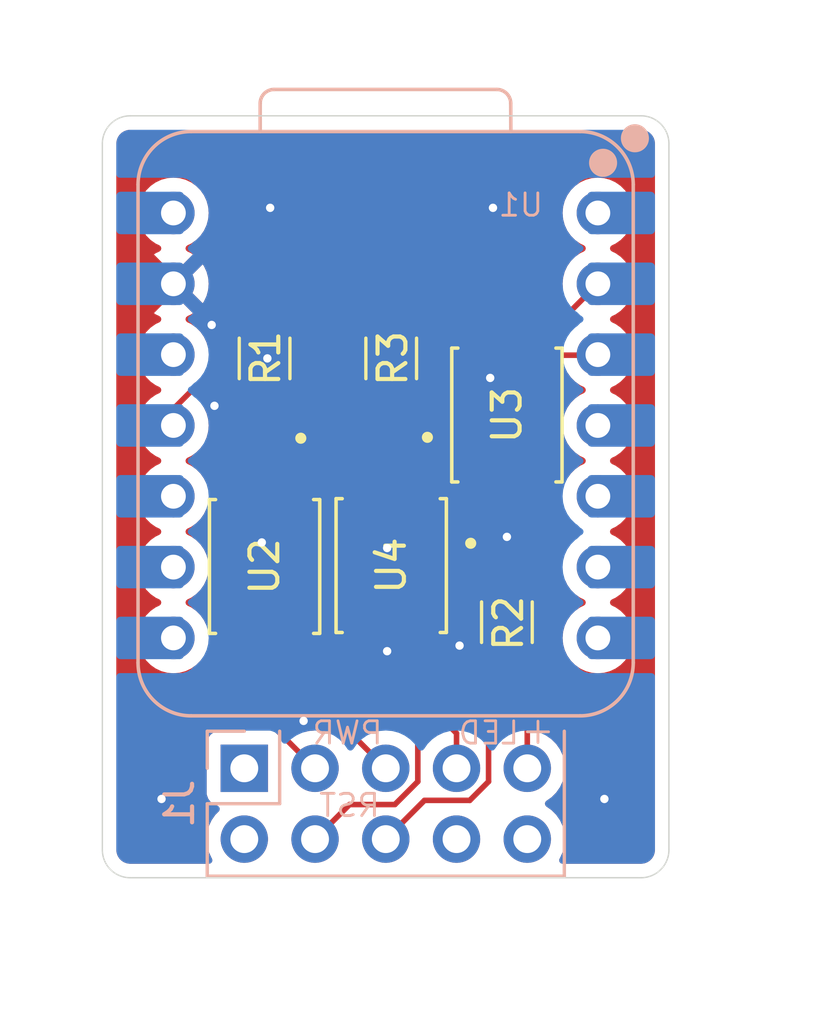
<source format=kicad_pcb>
(kicad_pcb (version 20240108) (generator "pcbnew") (generator_version "8.0")
  (layers (0 "F.Cu" signal) (31 "B.Cu" signal) (34 "B.Paste" user) (35 "F.Paste" user) (36 "B.SilkS" user "B.Silkscreen") (37 "F.SilkS" user "F.Silkscreen") (38 "B.Mask" user) (39 "F.Mask" user) (44 "Edge.Cuts" user))
  (net 0 "")
  (net 8 "Net-(R1-Pad2)")
  (net 9 "Net-(R2-Pad2)")
  (net 10 "Net-(R3-Pad2)")
  (net 14 "LED+")
  (net 15 "RST-")
  (net 16 "RST+")
  (net 17 "PWR+")
  (net 18 "LED-")
  (net 19 "PWR-")
  (net 20 "PWR")
  (net 21 "RST")
  (net 22 "+3.3V")
  (net 23 "GND")
  (net 24 "LED")
  (footprint "Resistor_SMD:R_1206_3216Metric" (layer "F.Cu") (at 40.546 42.8 -90)
    (property "Reference" "R3" (at 0 -0.054 90) (layer "F.SilkS"))
    (property "Value" "200")
    (fp_line (start -0.727064 0.91) (end 0.727064 0.91) (stroke (width 0.12)) (layer "F.SilkS"))
    (fp_line (start -0.727064 -0.91) (end 0.727064 -0.91) (stroke (width 0.12)) (layer "F.SilkS"))
    (pad "1" smd roundrect (at -1.4625 0 270) (size 1.125 1.75) (layers "F.Cu" "F.Paste" "F.Mask") (roundrect_rratio 0.222222) (net 21 "RST"))
    (pad "2" smd roundrect (at 1.4625 0 270) (size 1.125 1.75) (layers "F.Cu" "F.Paste" "F.Mask") (roundrect_rratio 0.222222) (net 10 "Net-(R3-Pad2)"))
  )
  (footprint "Resistor_SMD:R_1206_3216Metric" (layer "F.Cu") (at 36 42.8 -90)
    (property "Reference" "R1" (at 0 -0.0365 90) (layer "F.SilkS"))
    (property "Value" "200")
    (fp_line (start -0.727064 0.91) (end 0.727064 0.91) (stroke (width 0.12)) (layer "F.SilkS"))
    (fp_line (start -0.727064 -0.91) (end 0.727064 -0.91) (stroke (width 0.12)) (layer "F.SilkS"))
    (pad "1" smd roundrect (at -1.4625 0 270) (size 1.125 1.75) (layers "F.Cu" "F.Paste" "F.Mask") (roundrect_rratio 0.222222) (net 20 "PWR"))
    (pad "2" smd roundrect (at 1.4625 0 270) (size 1.125 1.75) (layers "F.Cu" "F.Paste" "F.Mask") (roundrect_rratio 0.222222) (net 8 "Net-(R1-Pad2)"))
  )
  (footprint "TLP172AM:SOIC254P700X220-4N" (layer "F.Cu") (at 44.7 44.83 90)
    (property "Reference" "U3" (at 0 0 90) (layer "F.SilkS") (effects (font (size 1.00037 1.00037))))
    (property "Value" "TLP172AM_TPR_E")
    (fp_line (start 2.4 -1.98) (end -2.4 -1.98) (stroke (width 0.127)) (layer "F.SilkS"))
    (fp_line (start -2.4 -1.98) (end -2.4 -1.76) (stroke (width 0.127)) (layer "F.SilkS"))
    (fp_line (start 2.4 -1.76) (end 2.4 -1.98) (stroke (width 0.127)) (layer "F.SilkS"))
    (fp_line (start 2.4 1.76) (end 2.4 1.98) (stroke (width 0.127)) (layer "F.SilkS"))
    (fp_line (start 2.4 1.98) (end -2.4 1.98) (stroke (width 0.127)) (layer "F.SilkS"))
    (fp_line (start -2.4 1.98) (end -2.4 1.76) (stroke (width 0.127)) (layer "F.SilkS"))
    (fp_circle (center -4.6 -1.3) (end -4.5 -1.3) (stroke (width 0.2)) (fill none) (layer "F.SilkS"))
    (pad "1" smd rect (at -3.25 -1.27 90) (size 1.61 0.57) (layers "F.Cu" "F.Paste" "F.Mask") (net 9 "Net-(R2-Pad2)"))
    (pad "3" smd rect (at -3.25 1.27 90) (size 1.61 0.57) (layers "F.Cu" "F.Paste" "F.Mask") (net 18 "LED-"))
    (pad "4" smd rect (at 3.25 1.27 90) (size 1.61 0.57) (layers "F.Cu" "F.Paste" "F.Mask") (net 24 "LED"))
    (pad "6" smd rect (at 3.25 -1.27 90) (size 1.61 0.57) (layers "F.Cu" "F.Paste" "F.Mask") (net 23 "GND"))
  )
  (footprint "Resistor_SMD:R_1206_3216Metric" (layer "F.Cu") (at 44.7 52.26 90)
    (property "Reference" "R2" (at -0.04 0.054 90) (layer "F.SilkS"))
    (property "Value" "330")
    (fp_line (start -0.727064 -0.91) (end 0.727064 -0.91) (stroke (width 0.12)) (layer "F.SilkS"))
    (fp_line (start -0.727064 0.91) (end 0.727064 0.91) (stroke (width 0.12)) (layer "F.SilkS"))
    (pad "1" smd roundrect (at -1.4625 0 90) (size 1.125 1.75) (layers "F.Cu" "F.Paste" "F.Mask") (roundrect_rratio 0.222222) (net 14 "LED+"))
    (pad "2" smd roundrect (at 1.4625 0 90) (size 1.125 1.75) (layers "F.Cu" "F.Paste" "F.Mask") (roundrect_rratio 0.222222) (net 9 "Net-(R2-Pad2)"))
  )
  (footprint "TLP172AM:SOIC254P700X220-4N" (layer "F.Cu") (at 36 50.2625 -90)
    (property "Reference" "U2" (at 0 0 -90) (layer "F.SilkS") (effects (font (size 1.00037 1.00037))))
    (property "Value" "TLP172AM_TPR_E")
    (fp_line (start -2.4 1.98) (end -2.4 1.76) (stroke (width 0.127)) (layer "F.SilkS"))
    (fp_line (start 2.4 1.98) (end -2.4 1.98) (stroke (width 0.127)) (layer "F.SilkS"))
    (fp_line (start 2.4 1.76) (end 2.4 1.98) (stroke (width 0.127)) (layer "F.SilkS"))
    (fp_line (start 2.4 -1.76) (end 2.4 -1.98) (stroke (width 0.127)) (layer "F.SilkS"))
    (fp_line (start -2.4 -1.98) (end -2.4 -1.76) (stroke (width 0.127)) (layer "F.SilkS"))
    (fp_line (start 2.4 -1.98) (end -2.4 -1.98) (stroke (width 0.127)) (layer "F.SilkS"))
    (fp_circle (center -4.6 -1.3) (end -4.5 -1.3) (stroke (width 0.2)) (fill none) (layer "F.SilkS"))
    (pad "1" smd rect (at -3.25 -1.27 270) (size 1.61 0.57) (layers "F.Cu" "F.Paste" "F.Mask") (net 8 "Net-(R1-Pad2)"))
    (pad "3" smd rect (at -3.25 1.27 270) (size 1.61 0.57) (layers "F.Cu" "F.Paste" "F.Mask") (net 23 "GND"))
    (pad "4" smd rect (at 3.25 1.27 270) (size 1.61 0.57) (layers "F.Cu" "F.Paste" "F.Mask") (net 19 "PWR-"))
    (pad "6" smd rect (at 3.25 -1.27 270) (size 1.61 0.57) (layers "F.Cu" "F.Paste" "F.Mask") (net 17 "PWR+"))
  )
  (footprint "TLP172AM:SOIC254P700X220-4N" (layer "F.Cu") (at 40.546 50.23 -90)
    (property "Reference" "U4" (at 0 0 -90) (layer "F.SilkS") (effects (font (size 1.00037 1.00037))))
    (property "Value" "TLP172AM_TPR_E")
    (fp_line (start -2.4 1.98) (end -2.4 1.76) (stroke (width 0.127)) (layer "F.SilkS"))
    (fp_line (start 2.4 1.98) (end -2.4 1.98) (stroke (width 0.127)) (layer "F.SilkS"))
    (fp_line (start 2.4 1.76) (end 2.4 1.98) (stroke (width 0.127)) (layer "F.SilkS"))
    (fp_line (start 2.4 -1.76) (end 2.4 -1.98) (stroke (width 0.127)) (layer "F.SilkS"))
    (fp_line (start -2.4 -1.98) (end -2.4 -1.76) (stroke (width 0.127)) (layer "F.SilkS"))
    (fp_line (start 2.4 -1.98) (end -2.4 -1.98) (stroke (width 0.127)) (layer "F.SilkS"))
    (fp_circle (center -4.6 -1.3) (end -4.5 -1.3) (stroke (width 0.2)) (fill none) (layer "F.SilkS"))
    (pad "1" smd rect (at -3.25 -1.27 270) (size 1.61 0.57) (layers "F.Cu" "F.Paste" "F.Mask") (net 10 "Net-(R3-Pad2)"))
    (pad "3" smd rect (at -3.25 1.27 270) (size 1.61 0.57) (layers "F.Cu" "F.Paste" "F.Mask") (net 23 "GND"))
    (pad "4" smd rect (at 3.25 1.27 270) (size 1.61 0.57) (layers "F.Cu" "F.Paste" "F.Mask") (net 16 "RST+"))
    (pad "6" smd rect (at 3.25 -1.27 270) (size 1.61 0.57) (layers "F.Cu" "F.Paste" "F.Mask") (net 15 "RST-"))
  )
  (footprint "Seeed Studio XIAO Series Library:XIAO-ESP32C6-DIP" (layer "B.Cu") (at 40.301 45.2045 180)
    (property "Reference" "U1" (at -4.899 7.9045 0) (layer "B.SilkS") (effects (font (size 0.8 0.8) (thickness 0.1016)) (justify mirror)))
    (property "Value" "XIAO-ESP32-C6-DIP")
    (fp_line (start 8.845 8.636) (end 8.845 -8.509) (stroke (width 0.127)) (layer "B.SilkS"))
    (fp_line (start 6.94 -10.414) (end -7.03 -10.414) (stroke (width 0.127)) (layer "B.SilkS"))
    (fp_line (start 4.459 10.541) (end 4.459 11.551) (stroke (width 0.127)) (layer "B.SilkS"))
    (fp_line (start 3.959 12.051) (end -4.036272 12.051) (stroke (width 0.127)) (layer "B.SilkS"))
    (fp_line (start -4.536272 11.551272) (end -4.54 10.541) (stroke (width 0.127)) (layer "B.SilkS"))
    (fp_line (start -7.03 10.541) (end 6.94 10.541) (stroke (width 0.1)) (layer "B.SilkS"))
    (fp_line (start -7.03 10.541) (end 6.94 10.541) (stroke (width 0.127)) (layer "B.SilkS"))
    (fp_line (start -8.935 8.636) (end -8.935 -8.509) (stroke (width 0.127)) (layer "B.SilkS"))
    (fp_arc (start 8.845 8.636) (mid 8.287038 9.983038) (end 6.94 10.541) (stroke (width 0.127)) (layer "B.SilkS"))
    (fp_arc (start 6.94 -10.414) (mid 8.287038 -9.856038) (end 8.845 -8.509) (stroke (width 0.127)) (layer "B.SilkS"))
    (fp_arc (start 4.459 11.551) (mid 4.312553 11.904553) (end 3.959 12.051) (stroke (width 0.127)) (layer "B.SilkS"))
    (fp_arc (start -4.036272 12.051) (mid -4.389724 11.904644) (end -4.536272 11.551272) (stroke (width 0.127)) (layer "B.SilkS"))
    (fp_arc (start -7.03 10.541) (mid -8.377038 9.983038) (end -8.935 8.636) (stroke (width 0.127)) (layer "B.SilkS"))
    (fp_arc (start -8.935 -8.509) (mid -8.377038 -9.856038) (end -7.03 -10.414) (stroke (width 0.127)) (layer "B.SilkS"))
    (fp_circle (center -7.852 9.42) (end -7.852 9.674) (stroke (width 0.5)) (fill solid) (layer "B.SilkS"))
    (fp_circle (center -8.995 10.3) (end -8.995 10.554) (stroke (width 0.5)) (fill solid) (layer "B.SilkS"))
    (pad "1" smd roundrect (at -8.5 7.62) (size 2.432 1.524) (layers "B.Cu" "B.Mask") (roundrect_rratio 0.1))
    (pad "1" thru_hole circle (at -7.665 7.62) (size 1.524 1.524) (drill 0.889) (layers "*.Cu" "*.Mask"))
    (pad "2" smd roundrect (at -8.5 5.08) (size 2.432 1.524) (layers "B.Cu" "B.Mask") (roundrect_rratio 0.1) (net 24 "LED"))
    (pad "2" thru_hole circle (at -7.665 5.08) (size 1.524 1.524) (drill 0.889) (layers "*.Cu" "*.Mask") (net 24 "LED"))
    (pad "3" smd roundrect (at -8.5 2.54) (size 2.432 1.524) (layers "B.Cu" "B.Mask") (roundrect_rratio 0.1) (net 21 "RST"))
    (pad "3" thru_hole circle (at -7.665 2.54) (size 1.524 1.524) (drill 0.889) (layers "*.Cu" "*.Mask") (net 21 "RST"))
    (pad "4" smd roundrect (at -8.5 0) (size 2.432 1.524) (layers "B.Cu" "B.Mask") (roundrect_rratio 0.1))
    (pad "4" thru_hole circle (at -7.665 0) (size 1.524 1.524) (drill 0.889) (layers "*.Cu" "*.Mask"))
    (pad "5" smd roundrect (at -8.5 -2.54) (size 2.432 1.524) (layers "B.Cu" "B.Mask") (roundrect_rratio 0.1))
    (pad "5" thru_hole circle (at -7.665 -2.54) (size 1.524 1.524) (drill 0.889) (layers "*.Cu" "*.Mask"))
    (pad "6" smd roundrect (at -8.5 -5.08) (size 2.432 1.524) (layers "B.Cu" "B.Mask") (roundrect_rratio 0.1))
    (pad "6" thru_hole circle (at -7.665 -5.08) (size 1.524 1.524) (drill 0.889) (layers "*.Cu" "*.Mask"))
    (pad "7" smd roundrect (at -8.5 -7.62) (size 2.432 1.524) (layers "B.Cu" "B.Mask") (roundrect_rratio 0.1))
    (pad "7" thru_hole circle (at -7.665 -7.62) (size 1.524 1.524) (drill 0.889) (layers "*.Cu" "*.Mask"))
    (pad "8" thru_hole circle (at 7.575 -7.62 180) (size 1.524 1.524) (drill 0.889) (layers "*.Cu" "*.Mask"))
    (pad "8" smd roundrect (at 8.41 -7.62 180) (size 2.432 1.524) (layers "B.Cu" "B.Mask") (roundrect_rratio 0.1))
    (pad "9" thru_hole circle (at 7.575 -5.08 180) (size 1.524 1.524) (drill 0.889) (layers "*.Cu" "*.Mask"))
    (pad "9" smd roundrect (at 8.41 -5.08 180) (size 2.432 1.524) (layers "B.Cu" "B.Mask") (roundrect_rratio 0.1))
    (pad "10" thru_hole circle (at 7.575 -2.54 180) (size 1.524 1.524) (drill 0.889) (layers "*.Cu" "*.Mask"))
    (pad "10" smd roundrect (at 8.41 -2.54 180) (size 2.432 1.524) (layers "B.Cu" "B.Mask") (roundrect_rratio 0.1))
    (pad "11" thru_hole circle (at 7.575 0 180) (size 1.524 1.524) (drill 0.889) (layers "*.Cu" "*.Mask") (net 20 "PWR"))
    (pad "11" smd roundrect (at 8.41 0 180) (size 2.432 1.524) (layers "B.Cu" "B.Mask") (roundrect_rratio 0.1) (net 20 "PWR"))
    (pad "12" thru_hole circle (at 7.575 2.54 180) (size 1.524 1.524) (drill 0.889) (layers "*.Cu" "*.Mask") (net 22 "+3.3V"))
    (pad "12" smd roundrect (at 8.41 2.54 180) (size 2.432 1.524) (layers "B.Cu" "B.Mask") (roundrect_rratio 0.1) (net 22 "+3.3V"))
    (pad "13" thru_hole circle (at 7.575 5.08 180) (size 1.524 1.524) (drill 0.889) (layers "*.Cu" "*.Mask") (net 23 "GND"))
    (pad "13" smd roundrect (at 8.41 5.08 180) (size 2.432 1.524) (layers "B.Cu" "B.Mask") (roundrect_rratio 0.1) (net 23 "GND"))
    (pad "14" thru_hole circle (at 7.575 7.62 180) (size 1.524 1.524) (drill 0.889) (layers "*.Cu" "*.Mask"))
    (pad "14" smd roundrect (at 8.41 7.62 180) (size 2.432 1.524) (layers "B.Cu" "B.Mask") (roundrect_rratio 0.1))
  )
  (footprint "Connector_PinHeader_2.54mm:PinHeader_2x05_P2.54mm_Vertical" (layer "B.Cu") (at 35.271 57.5 -90)
    (property "Reference" "J1" (at 1.27 2.33 90) (layer "B.SilkS") (effects (justify mirror)))
    (property "Value" "Conn_2Rows-09Pins")
    (fp_line (start -1.33 1.33) (end -1.33 0) (stroke (width 0.12)) (layer "B.SilkS"))
    (fp_line (start 0 1.33) (end -1.33 1.33) (stroke (width 0.12)) (layer "B.SilkS"))
    (fp_line (start 1.27 1.33) (end 1.27 -1.27) (stroke (width 0.12)) (layer "B.SilkS"))
    (fp_line (start 3.87 1.33) (end 1.27 1.33) (stroke (width 0.12)) (layer "B.SilkS"))
    (fp_line (start 1.27 -1.27) (end -1.33 -1.27) (stroke (width 0.12)) (layer "B.SilkS"))
    (fp_line (start 3.87 -11.49) (end 3.87 1.33) (stroke (width 0.12)) (layer "B.SilkS"))
    (fp_line (start 3.87 -11.49) (end -1.33 -11.49) (stroke (width 0.12)) (layer "B.SilkS"))
    (pad "1" thru_hole rect (at 0 0 270) (size 1.7 1.7) (drill 1) (layers "*.Cu" "*.Mask"))
    (pad "2" thru_hole oval (at 2.54 0 270) (size 1.7 1.7) (drill 1) (layers "*.Cu" "*.Mask"))
    (pad "3" thru_hole oval (at 0 -2.54 270) (size 1.7 1.7) (drill 1) (layers "*.Cu" "*.Mask") (net 19 "PWR-"))
    (pad "4" thru_hole oval (at 2.54 -2.54 270) (size 1.7 1.7) (drill 1) (layers "*.Cu" "*.Mask") (net 16 "RST+"))
    (pad "5" thru_hole oval (at 0 -5.08 270) (size 1.7 1.7) (drill 1) (layers "*.Cu" "*.Mask") (net 17 "PWR+"))
    (pad "6" thru_hole oval (at 2.54 -5.08 270) (size 1.7 1.7) (drill 1) (layers "*.Cu" "*.Mask") (net 15 "RST-"))
    (pad "7" thru_hole oval (at 0 -7.62 270) (size 1.7 1.7) (drill 1) (layers "*.Cu" "*.Mask") (net 18 "LED-"))
    (pad "8" thru_hole oval (at 2.54 -7.62 270) (size 1.7 1.7) (drill 1) (layers "*.Cu" "*.Mask"))
    (pad "9" thru_hole oval (at 0 -10.16 270) (size 1.7 1.7) (drill 1) (layers "*.Cu" "*.Mask") (net 14 "LED+"))
    (pad "10" thru_hole oval (at 2.54 -10.16 270) (size 1.7 1.7) (drill 1) (layers "*.Cu" "*.Mask"))
  )
  (gr_line (start 50.517 35.1) (end 50.517 60.425) (stroke (width 0.05)) (layer "Edge.Cuts"))
  (gr_line (start 30.175 60.425) (end 30.175 35.1) (stroke (width 0.05)) (layer "Edge.Cuts"))
  (gr_arc (start 50.517 60.425) (mid 50.224107 61.132107) (end 49.517 61.425) (stroke (width 0.05)) (layer "Edge.Cuts"))
  (gr_arc (start 49.517 34.1) (mid 50.224107 34.392893) (end 50.517 35.1) (stroke (width 0.05)) (layer "Edge.Cuts"))
  (gr_arc (start 30.175 35.1) (mid 30.467893 34.392893) (end 31.175 34.1) (stroke (width 0.05)) (layer "Edge.Cuts"))
  (gr_line (start 49.517 61.425) (end 31.175 61.425) (stroke (width 0.05)) (layer "Edge.Cuts"))
  (gr_arc (start 31.175 61.425) (mid 30.467893 61.132107) (end 30.175 60.425) (stroke (width 0.05)) (layer "Edge.Cuts"))
  (gr_line (start 31.175 34.1) (end 49.517 34.1) (stroke (width 0.05)) (layer "Edge.Cuts"))
  (gr_text "RST" (at 40.2 59.3 0) (layer "B.SilkS") (effects (font (size 0.8 0.8) (thickness 0.1)) (justify left bottom mirror)))
  (gr_text "+" (at 46.5 56.7 0) (layer "B.SilkS") (effects (font (size 1 1) (thickness 0.1)) (justify left bottom mirror)))
  (gr_text "PWR" (at 40.3 56.7 0) (layer "B.SilkS") (effects (font (size 0.8 0.8) (thickness 0.1)) (justify left bottom mirror)))
  (gr_text "LED" (at 45.2 56.7 0) (layer "B.SilkS") (effects (font (size 0.8 0.8) (thickness 0.1)) (justify left bottom mirror)))
  (segment (start 36 44.2625) (end 37.27 45.5325) (width 0.2) (layer "F.Cu") (net 8))
  (segment (start 37.27 45.5325) (end 37.27 47.0125) (width 0.2) (layer "F.Cu") (net 8))
  (segment (start 44.7 50.7975) (end 43.43 49.5275) (width 0.2) (layer "F.Cu") (net 9))
  (segment (start 43.43 49.5275) (end 43.43 48.08) (width 0.2) (layer "F.Cu") (net 9))
  (segment (start 41.816 45.5325) (end 41.816 46.98) (width 0.2) (layer "F.Cu") (net 10))
  (segment (start 40.546 44.2625) (end 41.816 45.5325) (width 0.2) (layer "F.Cu") (net 10))
  (segment (start 44.7 53.7225) (end 45.431 54.4535) (width 0.2) (layer "F.Cu") (net 14))
  (segment (start 45.431 54.4535) (end 45.431 57.5) (width 0.2) (layer "F.Cu") (net 14))
  (segment (start 41.741 58.65) (end 43.367346 58.65) (width 0.2) (layer "F.Cu") (net 15))
  (segment (start 40.351 60.04) (end 41.741 58.65) (width 0.2) (layer "F.Cu") (net 15))
  (segment (start 43.367346 58.65) (end 44.041 57.976346) (width 0.2) (layer "F.Cu") (net 15))
  (segment (start 44.041 55.705) (end 41.816 53.48) (width 0.2) (layer "F.Cu") (net 15))
  (segment (start 44.041 57.976346) (end 44.041 55.705) (width 0.2) (layer "F.Cu") (net 15))
  (segment (start 39.276 53.48) (end 41.501 55.705) (width 0.2) (layer "F.Cu") (net 16))
  (segment (start 40.677346 58.8) (end 39.051 58.8) (width 0.2) (layer "F.Cu") (net 16))
  (segment (start 39.051 58.8) (end 37.811 60.04) (width 0.2) (layer "F.Cu") (net 16))
  (segment (start 41.501 57.976346) (end 40.677346 58.8) (width 0.2) (layer "F.Cu") (net 16))
  (segment (start 41.501 55.705) (end 41.501 57.976346) (width 0.2) (layer "F.Cu") (net 16))
  (segment (start 40.351 57.5) (end 37.27 54.419) (width 0.2) (layer "F.Cu") (net 17))
  (segment (start 37.27 54.419) (end 37.27 53.5125) (width 0.2) (layer "F.Cu") (net 17))
  (segment (start 41.231 54.585) (end 41.231 52.469) (width 0.2) (layer "F.Cu") (net 18))
  (segment (start 45.559744 51.66) (end 45.97 51.249744) (width 0.2) (layer "F.Cu") (net 18))
  (segment (start 41.231 52.469) (end 42.04 51.66) (width 0.2) (layer "F.Cu") (net 18))
  (segment (start 42.891 57.5) (end 42.891 56.245) (width 0.2) (layer "F.Cu") (net 18))
  (segment (start 42.891 56.245) (end 41.231 54.585) (width 0.2) (layer "F.Cu") (net 18))
  (segment (start 45.97 51.249744) (end 45.97 48.08) (width 0.2) (layer "F.Cu") (net 18))
  (segment (start 42.04 51.66) (end 45.559744 51.66) (width 0.2) (layer "F.Cu") (net 18))
  (segment (start 37.811 57.5) (end 34.73 54.419) (width 0.2) (layer "F.Cu") (net 19))
  (segment (start 34.73 54.419) (end 34.73 53.5125) (width 0.2) (layer "F.Cu") (net 19))
  (segment (start 36 41.3375) (end 32.726 44.6115) (width 0.2) (layer "F.Cu") (net 20))
  (segment (start 32.726 44.6115) (end 32.726 45.2045) (width 0.2) (layer "F.Cu") (net 20))
  (segment (start 44.015 40.475) (end 44.015 41.315) (width 0.2) (layer "F.Cu") (net 21))
  (segment (start 40.546 41.3375) (end 41.4085 40.475) (width 0.2) (layer "F.Cu") (net 21))
  (segment (start 45.385 42.685) (end 47.9455 42.685) (width 0.2) (layer "F.Cu") (net 21))
  (segment (start 44.015 41.315) (end 45.385 42.685) (width 0.2) (layer "F.Cu") (net 21))
  (segment (start 47.9455 42.685) (end 47.966 42.6645) (width 0.2) (layer "F.Cu") (net 21))
  (segment (start 41.4085 40.475) (end 44.015 40.475) (width 0.2) (layer "F.Cu") (net 21))
  (via (at 36.2 37.4) (size 0.6) (drill 0.3) (layers "F.Cu" "B.Cu") (net 23))
  (via (at 34.2 44.5) (size 0.6) (drill 0.3) (layers "F.Cu" "B.Cu") (net 23))
  (via (at 36.1 42.8) (size 0.6) (drill 0.3) (layers "F.Cu" "B.Cu") (net 23))
  (via (at 40.4 49.6) (size 0.6) (drill 0.3) (layers "F.Cu" "B.Cu") (net 23))
  (via (at 44.7 49.2) (size 0.6) (drill 0.3) (layers "F.Cu" "B.Cu") (net 23))
  (via (at 43 53.1) (size 0.6) (drill 0.3) (layers "F.Cu" "B.Cu") (net 23))
  (via (at 34.1 41.6) (size 0.6) (drill 0.3) (layers "F.Cu" "B.Cu") (net 23))
  (via (at 48.2 58.6) (size 0.6) (drill 0.3) (layers "F.Cu" "B.Cu") (net 23))
  (via (at 44.1 43.5) (size 0.6) (drill 0.3) (layers "F.Cu" "B.Cu") (net 23))
  (via (at 32.3 58.6) (size 0.6) (drill 0.3) (layers "F.Cu" "B.Cu") (net 23))
  (via (at 40.4 53.3) (size 0.6) (drill 0.3) (layers "F.Cu" "B.Cu") (net 23))
  (via (at 35.9 49.4) (size 0.6) (drill 0.3) (layers "F.Cu" "B.Cu") (net 23))
  (via (at 44.2 37.4) (size 0.6) (drill 0.3) (layers "F.Cu" "B.Cu") (net 23))
  (via (at 37.4 55.8) (size 0.6) (drill 0.3) (layers "F.Cu" "B.Cu") (net 23))
  (segment (start 46.5105 41.58) (end 47.966 40.1245) (width 0.2) (layer "F.Cu") (net 24))
  (segment (start 45.97 41.58) (end 46.5105 41.58) (width 0.2) (layer "F.Cu") (net 24))
  (zone (net 23) (net_name "GND") (layers "F&B.Cu") (connect_pads (clearance 0.5)) (min_thickness 0.25) (fill yes (thermal_gap 0.5) (thermal_bridge_width 0.5))
    (polygon (pts (xy 26.9 30.6) (xy 56 30.3) (xy 56.2 66.7) (xy 27 65.9) (xy 26.5 63.7)))
  )
)
</source>
